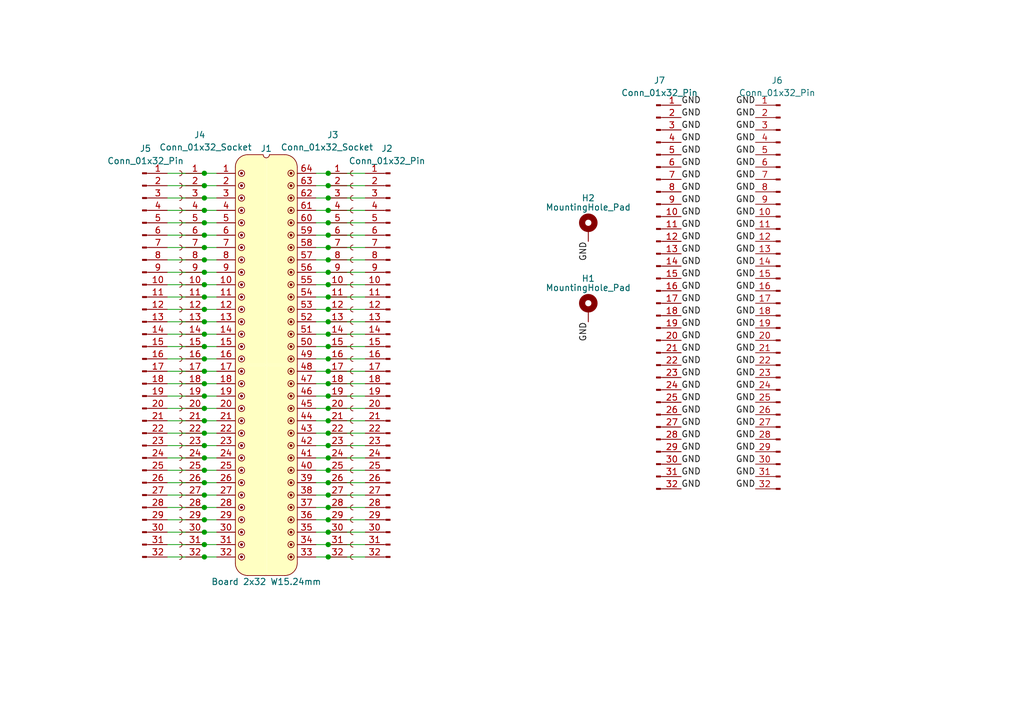
<source format=kicad_sch>
(kicad_sch (version 20250114) (generator "eeschema") (generator_version "9.0")
  (paper "A5")
  (title_block (title "Narrow Logic Analyser Extension") (date "2026-01-15") (rev "V0"))
  (lib_symbols
    (symbol "Connector:Conn_01x32_Pin" (pin_names (offset 1.016) (hide yes))
      (property "Reference" "J" (at 0 40.64 0))
      (property "Value" "Conn_01x32_Pin" (at 0 -43.18 0))
      (symbol "Conn_01x32_Pin_1_1"
        (rectangle (start 0.8636 38.227) (end 0 37.973) (stroke (width 0.1524)) (fill (type outline)))
        (rectangle (start 0.8636 35.687) (end 0 35.433) (stroke (width 0.1524)) (fill (type outline)))
        (rectangle (start 0.8636 33.147) (end 0 32.893) (stroke (width 0.1524)) (fill (type outline)))
        (rectangle (start 0.8636 30.607) (end 0 30.353) (stroke (width 0.1524)) (fill (type outline)))
        (rectangle (start 0.8636 28.067) (end 0 27.813) (stroke (width 0.1524)) (fill (type outline)))
        (rectangle (start 0.8636 25.527) (end 0 25.273) (stroke (width 0.1524)) (fill (type outline)))
        (rectangle (start 0.8636 22.987) (end 0 22.733) (stroke (width 0.1524)) (fill (type outline)))
        (rectangle (start 0.8636 20.447) (end 0 20.193) (stroke (width 0.1524)) (fill (type outline)))
        (rectangle (start 0.8636 17.907) (end 0 17.653) (stroke (width 0.1524)) (fill (type outline)))
        (rectangle (start 0.8636 15.367) (end 0 15.113) (stroke (width 0.1524)) (fill (type outline)))
        (rectangle (start 0.8636 12.827) (end 0 12.573) (stroke (width 0.1524)) (fill (type outline)))
        (rectangle (start 0.8636 10.287) (end 0 10.033) (stroke (width 0.1524)) (fill (type outline)))
        (rectangle (start 0.8636 7.747) (end 0 7.493) (stroke (width 0.1524)) (fill (type outline)))
        (rectangle (start 0.8636 5.207) (end 0 4.953) (stroke (width 0.1524)) (fill (type outline)))
        (rectangle (start 0.8636 2.667) (end 0 2.413) (stroke (width 0.1524)) (fill (type outline)))
        (rectangle (start 0.8636 0.127) (end 0 -0.127) (stroke (width 0.1524)) (fill (type outline)))
        (rectangle (start 0.8636 -2.413) (end 0 -2.667) (stroke (width 0.1524)) (fill (type outline)))
        (rectangle (start 0.8636 -4.953) (end 0 -5.207) (stroke (width 0.1524)) (fill (type outline)))
        (rectangle (start 0.8636 -7.493) (end 0 -7.747) (stroke (width 0.1524)) (fill (type outline)))
        (rectangle (start 0.8636 -10.033) (end 0 -10.287) (stroke (width 0.1524)) (fill (type outline)))
        (rectangle (start 0.8636 -12.573) (end 0 -12.827) (stroke (width 0.1524)) (fill (type outline)))
        (rectangle (start 0.8636 -15.113) (end 0 -15.367) (stroke (width 0.1524)) (fill (type outline)))
        (rectangle (start 0.8636 -17.653) (end 0 -17.907) (stroke (width 0.1524)) (fill (type outline)))
        (rectangle (start 0.8636 -20.193) (end 0 -20.447) (stroke (width 0.1524)) (fill (type outline)))
        (rectangle (start 0.8636 -22.733) (end 0 -22.987) (stroke (width 0.1524)) (fill (type outline)))
        (rectangle (start 0.8636 -25.273) (end 0 -25.527) (stroke (width 0.1524)) (fill (type outline)))
        (rectangle (start 0.8636 -27.813) (end 0 -28.067) (stroke (width 0.1524)) (fill (type outline)))
        (rectangle (start 0.8636 -30.353) (end 0 -30.607) (stroke (width 0.1524)) (fill (type outline)))
        (rectangle (start 0.8636 -32.893) (end 0 -33.147) (stroke (width 0.1524)) (fill (type outline)))
        (rectangle (start 0.8636 -35.433) (end 0 -35.687) (stroke (width 0.1524)) (fill (type outline)))
        (rectangle (start 0.8636 -37.973) (end 0 -38.227) (stroke (width 0.1524)) (fill (type outline)))
        (rectangle (start 0.8636 -40.513) (end 0 -40.767) (stroke (width 0.1524)) (fill (type outline)))
        (polyline (pts (xy 1.27 38.1) (xy 0.8636 38.1)) (stroke (width 0.1524)))
        (polyline (pts (xy 1.27 35.56) (xy 0.8636 35.56)) (stroke (width 0.1524)))
        (polyline (pts (xy 1.27 33.02) (xy 0.8636 33.02)) (stroke (width 0.1524)))
        (polyline (pts (xy 1.27 30.48) (xy 0.8636 30.48)) (stroke (width 0.1524)))
        (polyline (pts (xy 1.27 27.94) (xy 0.8636 27.94)) (stroke (width 0.1524)))
        (polyline (pts (xy 1.27 25.4) (xy 0.8636 25.4)) (stroke (width 0.1524)))
        (polyline (pts (xy 1.27 22.86) (xy 0.8636 22.86)) (stroke (width 0.1524)))
        (polyline (pts (xy 1.27 20.32) (xy 0.8636 20.32)) (stroke (width 0.1524)))
        (polyline (pts (xy 1.27 17.78) (xy 0.8636 17.78)) (stroke (width 0.1524)))
        (polyline (pts (xy 1.27 15.24) (xy 0.8636 15.24)) (stroke (width 0.1524)))
        (polyline (pts (xy 1.27 12.7) (xy 0.8636 12.7)) (stroke (width 0.1524)))
        (polyline (pts (xy 1.27 10.16) (xy 0.8636 10.16)) (stroke (width 0.1524)))
        (polyline (pts (xy 1.27 7.62) (xy 0.8636 7.62)) (stroke (width 0.1524)))
        (polyline (pts (xy 1.27 5.08) (xy 0.8636 5.08)) (stroke (width 0.1524)))
        (polyline (pts (xy 1.27 2.54) (xy 0.8636 2.54)) (stroke (width 0.1524)))
        (polyline (pts (xy 1.27 0) (xy 0.8636 0)) (stroke (width 0.1524)))
        (polyline (pts (xy 1.27 -2.54) (xy 0.8636 -2.54)) (stroke (width 0.1524)))
        (polyline (pts (xy 1.27 -5.08) (xy 0.8636 -5.08)) (stroke (width 0.1524)))
        (polyline (pts (xy 1.27 -7.62) (xy 0.8636 -7.62)) (stroke (width 0.1524)))
        (polyline (pts (xy 1.27 -10.16) (xy 0.8636 -10.16)) (stroke (width 0.1524)))
        (polyline (pts (xy 1.27 -12.7) (xy 0.8636 -12.7)) (stroke (width 0.1524)))
        (polyline (pts (xy 1.27 -15.24) (xy 0.8636 -15.24)) (stroke (width 0.1524)))
        (polyline (pts (xy 1.27 -17.78) (xy 0.8636 -17.78)) (stroke (width 0.1524)))
        (polyline (pts (xy 1.27 -20.32) (xy 0.8636 -20.32)) (stroke (width 0.1524)))
        (polyline (pts (xy 1.27 -22.86) (xy 0.8636 -22.86)) (stroke (width 0.1524)))
        (polyline (pts (xy 1.27 -25.4) (xy 0.8636 -25.4)) (stroke (width 0.1524)))
        (polyline (pts (xy 1.27 -27.94) (xy 0.8636 -27.94)) (stroke (width 0.1524)))
        (polyline (pts (xy 1.27 -30.48) (xy 0.8636 -30.48)) (stroke (width 0.1524)))
        (polyline (pts (xy 1.27 -33.02) (xy 0.8636 -33.02)) (stroke (width 0.1524)))
        (polyline (pts (xy 1.27 -35.56) (xy 0.8636 -35.56)) (stroke (width 0.1524)))
        (polyline (pts (xy 1.27 -38.1) (xy 0.8636 -38.1)) (stroke (width 0.1524)))
        (polyline (pts (xy 1.27 -40.64) (xy 0.8636 -40.64)) (stroke (width 0.1524)))
        (pin passive line (at 5.08 38.1 180) (length 3.81) (name "Pin_1") (number "1"))
        (pin passive line (at 5.08 35.56 180) (length 3.81) (name "Pin_2") (number "2"))
        (pin passive line (at 5.08 33.02 180) (length 3.81) (name "Pin_3") (number "3"))
        (pin passive line (at 5.08 30.48 180) (length 3.81) (name "Pin_4") (number "4"))
        (pin passive line (at 5.08 27.94 180) (length 3.81) (name "Pin_5") (number "5"))
        (pin passive line (at 5.08 25.4 180) (length 3.81) (name "Pin_6") (number "6"))
        (pin passive line (at 5.08 22.86 180) (length 3.81) (name "Pin_7") (number "7"))
        (pin passive line (at 5.08 20.32 180) (length 3.81) (name "Pin_8") (number "8"))
        (pin passive line (at 5.08 17.78 180) (length 3.81) (name "Pin_9") (number "9"))
        (pin passive line (at 5.08 15.24 180) (length 3.81) (name "Pin_10") (number "10"))
        (pin passive line (at 5.08 12.7 180) (length 3.81) (name "Pin_11") (number "11"))
        (pin passive line (at 5.08 10.16 180) (length 3.81) (name "Pin_12") (number "12"))
        (pin passive line (at 5.08 7.62 180) (length 3.81) (name "Pin_13") (number "13"))
        (pin passive line (at 5.08 5.08 180) (length 3.81) (name "Pin_14") (number "14"))
        (pin passive line (at 5.08 2.54 180) (length 3.81) (name "Pin_15") (number "15"))
        (pin passive line (at 5.08 0 180) (length 3.81) (name "Pin_16") (number "16"))
        (pin passive line (at 5.08 -2.54 180) (length 3.81) (name "Pin_17") (number "17"))
        (pin passive line (at 5.08 -5.08 180) (length 3.81) (name "Pin_18") (number "18"))
        (pin passive line (at 5.08 -7.62 180) (length 3.81) (name "Pin_19") (number "19"))
        (pin passive line (at 5.08 -10.16 180) (length 3.81) (name "Pin_20") (number "20"))
        (pin passive line (at 5.08 -12.7 180) (length 3.81) (name "Pin_21") (number "21"))
        (pin passive line (at 5.08 -15.24 180) (length 3.81) (name "Pin_22") (number "22"))
        (pin passive line (at 5.08 -17.78 180) (length 3.81) (name "Pin_23") (number "23"))
        (pin passive line (at 5.08 -20.32 180) (length 3.81) (name "Pin_24") (number "24"))
        (pin passive line (at 5.08 -22.86 180) (length 3.81) (name "Pin_25") (number "25"))
        (pin passive line (at 5.08 -25.4 180) (length 3.81) (name "Pin_26") (number "26"))
        (pin passive line (at 5.08 -27.94 180) (length 3.81) (name "Pin_27") (number "27"))
        (pin passive line (at 5.08 -30.48 180) (length 3.81) (name "Pin_28") (number "28"))
        (pin passive line (at 5.08 -33.02 180) (length 3.81) (name "Pin_29") (number "29"))
        (pin passive line (at 5.08 -35.56 180) (length 3.81) (name "Pin_30") (number "30"))
        (pin passive line (at 5.08 -38.1 180) (length 3.81) (name "Pin_31") (number "31"))
        (pin passive line (at 5.08 -40.64 180) (length 3.81) (name "Pin_32") (number "32"))
      )
    )
    (symbol "Connector:Conn_01x32_Socket" (pin_names (offset 1.016) (hide yes))
      (property "Reference" "J" (at 0 40.64 0))
      (property "Value" "Conn_01x32_Socket" (at 0 -43.18 0))
      (symbol "Conn_01x32_Socket_1_1"
        (polyline (pts (xy -1.27 38.1) (xy -0.508 38.1)) (stroke (width 0.1524)))
        (polyline (pts (xy -1.27 35.56) (xy -0.508 35.56)) (stroke (width 0.1524)))
        (polyline (pts (xy -1.27 33.02) (xy -0.508 33.02)) (stroke (width 0.1524)))
        (polyline (pts (xy -1.27 30.48) (xy -0.508 30.48)) (stroke (width 0.1524)))
        (polyline (pts (xy -1.27 27.94) (xy -0.508 27.94)) (stroke (width 0.1524)))
        (polyline (pts (xy -1.27 25.4) (xy -0.508 25.4)) (stroke (width 0.1524)))
        (polyline (pts (xy -1.27 22.86) (xy -0.508 22.86)) (stroke (width 0.1524)))
        (polyline (pts (xy -1.27 20.32) (xy -0.508 20.32)) (stroke (width 0.1524)))
        (polyline (pts (xy -1.27 17.78) (xy -0.508 17.78)) (stroke (width 0.1524)))
        (polyline (pts (xy -1.27 15.24) (xy -0.508 15.24)) (stroke (width 0.1524)))
        (polyline (pts (xy -1.27 12.7) (xy -0.508 12.7)) (stroke (width 0.1524)))
        (polyline (pts (xy -1.27 10.16) (xy -0.508 10.16)) (stroke (width 0.1524)))
        (polyline (pts (xy -1.27 7.62) (xy -0.508 7.62)) (stroke (width 0.1524)))
        (polyline (pts (xy -1.27 5.08) (xy -0.508 5.08)) (stroke (width 0.1524)))
        (polyline (pts (xy -1.27 2.54) (xy -0.508 2.54)) (stroke (width 0.1524)))
        (polyline (pts (xy -1.27 0) (xy -0.508 0)) (stroke (width 0.1524)))
        (polyline (pts (xy -1.27 -2.54) (xy -0.508 -2.54)) (stroke (width 0.1524)))
        (polyline (pts (xy -1.27 -5.08) (xy -0.508 -5.08)) (stroke (width 0.1524)))
        (polyline (pts (xy -1.27 -7.62) (xy -0.508 -7.62)) (stroke (width 0.1524)))
        (polyline (pts (xy -1.27 -10.16) (xy -0.508 -10.16)) (stroke (width 0.1524)))
        (polyline (pts (xy -1.27 -12.7) (xy -0.508 -12.7)) (stroke (width 0.1524)))
        (polyline (pts (xy -1.27 -15.24) (xy -0.508 -15.24)) (stroke (width 0.1524)))
        (polyline (pts (xy -1.27 -17.78) (xy -0.508 -17.78)) (stroke (width 0.1524)))
        (polyline (pts (xy -1.27 -20.32) (xy -0.508 -20.32)) (stroke (width 0.1524)))
        (polyline (pts (xy -1.27 -22.86) (xy -0.508 -22.86)) (stroke (width 0.1524)))
        (polyline (pts (xy -1.27 -25.4) (xy -0.508 -25.4)) (stroke (width 0.1524)))
        (polyline (pts (xy -1.27 -27.94) (xy -0.508 -27.94)) (stroke (width 0.1524)))
        (polyline (pts (xy -1.27 -30.48) (xy -0.508 -30.48)) (stroke (width 0.1524)))
        (polyline (pts (xy -1.27 -33.02) (xy -0.508 -33.02)) (stroke (width 0.1524)))
        (polyline (pts (xy -1.27 -35.56) (xy -0.508 -35.56)) (stroke (width 0.1524)))
        (polyline (pts (xy -1.27 -38.1) (xy -0.508 -38.1)) (stroke (width 0.1524)))
        (polyline (pts (xy -1.27 -40.64) (xy -0.508 -40.64)) (stroke (width 0.1524)))
        (arc (start 0 37.592) (mid -0.5058 38.1) (end 0 38.608) (stroke (width 0.1524)))
        (arc (start 0 35.052) (mid -0.5058 35.56) (end 0 36.068) (stroke (width 0.1524)))
        (arc (start 0 32.512) (mid -0.5058 33.02) (end 0 33.528) (stroke (width 0.1524)))
        (arc (start 0 29.972) (mid -0.5058 30.48) (end 0 30.988) (stroke (width 0.1524)))
        (arc (start 0 27.432) (mid -0.5058 27.94) (end 0 28.448) (stroke (width 0.1524)))
        (arc (start 0 24.892) (mid -0.5058 25.4) (end 0 25.908) (stroke (width 0.1524)))
        (arc (start 0 22.352) (mid -0.5058 22.86) (end 0 23.368) (stroke (width 0.1524)))
        (arc (start 0 19.812) (mid -0.5058 20.32) (end 0 20.828) (stroke (width 0.1524)))
        (arc (start 0 17.272) (mid -0.5058 17.78) (end 0 18.288) (stroke (width 0.1524)))
        (arc (start 0 14.732) (mid -0.5058 15.24) (end 0 15.748) (stroke (width 0.1524)))
        (arc (start 0 12.192) (mid -0.5058 12.7) (end 0 13.208) (stroke (width 0.1524)))
        (arc (start 0 9.652) (mid -0.5058 10.16) (end 0 10.668) (stroke (width 0.1524)))
        (arc (start 0 7.112) (mid -0.5058 7.62) (end 0 8.128) (stroke (width 0.1524)))
        (arc (start 0 4.572) (mid -0.5058 5.08) (end 0 5.588) (stroke (width 0.1524)))
        (arc (start 0 2.032) (mid -0.5058 2.54) (end 0 3.048) (stroke (width 0.1524)))
        (arc (start 0 -0.508) (mid -0.5058 0) (end 0 0.508) (stroke (width 0.1524)))
        (arc (start 0 -3.048) (mid -0.5058 -2.54) (end 0 -2.032) (stroke (width 0.1524)))
        (arc (start 0 -5.588) (mid -0.5058 -5.08) (end 0 -4.572) (stroke (width 0.1524)))
        (arc (start 0 -8.128) (mid -0.5058 -7.62) (end 0 -7.112) (stroke (width 0.1524)))
        (arc (start 0 -10.668) (mid -0.5058 -10.16) (end 0 -9.652) (stroke (width 0.1524)))
        (arc (start 0 -13.208) (mid -0.5058 -12.7) (end 0 -12.192) (stroke (width 0.1524)))
        (arc (start 0 -15.748) (mid -0.5058 -15.24) (end 0 -14.732) (stroke (width 0.1524)))
        (arc (start 0 -18.288) (mid -0.5058 -17.78) (end 0 -17.272) (stroke (width 0.1524)))
        (arc (start 0 -20.828) (mid -0.5058 -20.32) (end 0 -19.812) (stroke (width 0.1524)))
        (arc (start 0 -23.368) (mid -0.5058 -22.86) (end 0 -22.352) (stroke (width 0.1524)))
        (arc (start 0 -25.908) (mid -0.5058 -25.4) (end 0 -24.892) (stroke (width 0.1524)))
        (arc (start 0 -28.448) (mid -0.5058 -27.94) (end 0 -27.432) (stroke (width 0.1524)))
        (arc (start 0 -30.988) (mid -0.5058 -30.48) (end 0 -29.972) (stroke (width 0.1524)))
        (arc (start 0 -33.528) (mid -0.5058 -33.02) (end 0 -32.512) (stroke (width 0.1524)))
        (arc (start 0 -36.068) (mid -0.5058 -35.56) (end 0 -35.052) (stroke (width 0.1524)))
        (arc (start 0 -38.608) (mid -0.5058 -38.1) (end 0 -37.592) (stroke (width 0.1524)))
        (arc (start 0 -41.148) (mid -0.5058 -40.64) (end 0 -40.132) (stroke (width 0.1524)))
        (pin passive line (at -5.08 38.1 0) (length 3.81) (name "Pin_1") (number "1"))
        (pin passive line (at -5.08 35.56 0) (length 3.81) (name "Pin_2") (number "2"))
        (pin passive line (at -5.08 33.02 0) (length 3.81) (name "Pin_3") (number "3"))
        (pin passive line (at -5.08 30.48 0) (length 3.81) (name "Pin_4") (number "4"))
        (pin passive line (at -5.08 27.94 0) (length 3.81) (name "Pin_5") (number "5"))
        (pin passive line (at -5.08 25.4 0) (length 3.81) (name "Pin_6") (number "6"))
        (pin passive line (at -5.08 22.86 0) (length 3.81) (name "Pin_7") (number "7"))
        (pin passive line (at -5.08 20.32 0) (length 3.81) (name "Pin_8") (number "8"))
        (pin passive line (at -5.08 17.78 0) (length 3.81) (name "Pin_9") (number "9"))
        (pin passive line (at -5.08 15.24 0) (length 3.81) (name "Pin_10") (number "10"))
        (pin passive line (at -5.08 12.7 0) (length 3.81) (name "Pin_11") (number "11"))
        (pin passive line (at -5.08 10.16 0) (length 3.81) (name "Pin_12") (number "12"))
        (pin passive line (at -5.08 7.62 0) (length 3.81) (name "Pin_13") (number "13"))
        (pin passive line (at -5.08 5.08 0) (length 3.81) (name "Pin_14") (number "14"))
        (pin passive line (at -5.08 2.54 0) (length 3.81) (name "Pin_15") (number "15"))
        (pin passive line (at -5.08 0 0) (length 3.81) (name "Pin_16") (number "16"))
        (pin passive line (at -5.08 -2.54 0) (length 3.81) (name "Pin_17") (number "17"))
        (pin passive line (at -5.08 -5.08 0) (length 3.81) (name "Pin_18") (number "18"))
        (pin passive line (at -5.08 -7.62 0) (length 3.81) (name "Pin_19") (number "19"))
        (pin passive line (at -5.08 -10.16 0) (length 3.81) (name "Pin_20") (number "20"))
        (pin passive line (at -5.08 -12.7 0) (length 3.81) (name "Pin_21") (number "21"))
        (pin passive line (at -5.08 -15.24 0) (length 3.81) (name "Pin_22") (number "22"))
        (pin passive line (at -5.08 -17.78 0) (length 3.81) (name "Pin_23") (number "23"))
        (pin passive line (at -5.08 -20.32 0) (length 3.81) (name "Pin_24") (number "24"))
        (pin passive line (at -5.08 -22.86 0) (length 3.81) (name "Pin_25") (number "25"))
        (pin passive line (at -5.08 -25.4 0) (length 3.81) (name "Pin_26") (number "26"))
        (pin passive line (at -5.08 -27.94 0) (length 3.81) (name "Pin_27") (number "27"))
        (pin passive line (at -5.08 -30.48 0) (length 3.81) (name "Pin_28") (number "28"))
        (pin passive line (at -5.08 -33.02 0) (length 3.81) (name "Pin_29") (number "29"))
        (pin passive line (at -5.08 -35.56 0) (length 3.81) (name "Pin_30") (number "30"))
        (pin passive line (at -5.08 -38.1 0) (length 3.81) (name "Pin_31") (number "31"))
        (pin passive line (at -5.08 -40.64 0) (length 3.81) (name "Pin_32") (number "32"))
      )
    )
    (symbol "HCP65:Board_02x32_W15.24mm" (pin_names (offset 1.016) (hide yes))
      (property "Reference" "J" (at 0 5.08 0))
      (property "Value" "Board 2x32 W15.24mm" (at 0 -83.82 0))
      (symbol "Board_02x32_W15.24mm_0_1"
        (polyline (pts (xy -6.35 1.27) (xy -6.35 -80.01)))
        (arc (start -3.8102 -82.5498) (mid -5.6063 -81.8059) (end -6.3502 -80.0098))
        (arc (start -6.35 1.27) (mid -5.6061 3.0661) (end -3.81 3.81))
        (polyline (pts (xy -3.81 3.81) (xy -0.635 3.81)))
        (arc (start 0.635 3.81) (mid 0 3.175) (end -0.635 3.81))
        (polyline (pts (xy 0.635 3.81) (xy 3.81 3.81)))
        (polyline (pts (xy 3.8098 -82.5498) (xy -3.81 -82.55)))
        (arc (start 3.81 3.81) (mid 5.6061 3.0661) (end 6.35 1.27))
        (arc (start 6.3498 -80.0098) (mid 5.6059 -81.8059) (end 3.8098 -82.5498))
        (polyline (pts (xy 6.35 -80.01) (xy 6.35 1.27)))
      )
      (symbol "Board_02x32_W15.24mm_1_1"
        (polyline (pts (xy -6.35 1.27) (xy -6.096 2.286) (xy -5.588 3.048) (xy -4.826 3.556) (xy -4.064 3.81) (xy -0.762 3.81) (xy -0.508 3.302) (xy 0 3.048) (xy 0 -39.37) (xy -6.35 -39.37) (xy -6.35 1.27)) (stroke (width -0.0001)) (fill (type background)))
        (polyline (pts (xy -6.35 -39.37) (xy 0 -39.37) (xy 0 -82.55) (xy -3.81 -82.55) (xy -4.826 -82.296) (xy -5.588 -81.788) (xy -6.096 -81.026) (xy -6.35 -80.01) (xy -6.35 -39.37)) (stroke (width -0.0001)) (fill (type background)))
        (circle (center -5.08 0) (radius 0.0001) (stroke (width 0.3)))
        (circle (center -5.08 0) (radius 0.635) (fill (type color) (color 255 255 255 1)))
        (circle (center -5.08 -2.54) (radius 0.0001) (stroke (width 0.3)))
        (circle (center -5.08 -2.54) (radius 0.635) (fill (type color) (color 255 255 255 1)))
        (circle (center -5.08 -5.08) (radius 0.0001) (stroke (width 0.3)))
        (circle (center -5.08 -5.08) (radius 0.635) (fill (type color) (color 255 255 255 1)))
        (circle (center -5.08 -7.62) (radius 0.0001) (stroke (width 0.3)))
        (circle (center -5.08 -7.62) (radius 0.635) (fill (type color) (color 255 255 255 1)))
        (circle (center -5.08 -10.16) (radius 0.0001) (stroke (width 0.3)))
        (circle (center -5.08 -10.16) (radius 0.635) (fill (type color) (color 255 255 255 1)))
        (circle (center -5.08 -12.7) (radius 0.0001) (stroke (width 0.3)))
        (circle (center -5.08 -12.7) (radius 0.635) (fill (type color) (color 255 255 255 1)))
        (circle (center -5.08 -15.24) (radius 0.0001) (stroke (width 0.3)))
        (circle (center -5.08 -15.24) (radius 0.635) (fill (type color) (color 255 255 255 1)))
        (circle (center -5.08 -17.78) (radius 0.0001) (stroke (width 0.3)))
        (circle (center -5.08 -17.78) (radius 0.635) (fill (type color) (color 255 255 255 1)))
        (circle (center -5.08 -20.32) (radius 0.0001) (stroke (width 0.3)))
        (circle (center -5.08 -20.32) (radius 0.635) (fill (type color) (color 255 255 255 1)))
        (circle (center -5.08 -22.86) (radius 0.0001) (stroke (width 0.3)))
        (circle (center -5.08 -22.86) (radius 0.635) (fill (type color) (color 255 255 255 1)))
        (circle (center -5.08 -25.4) (radius 0.0001) (stroke (width 0.3)))
        (circle (center -5.08 -25.4) (radius 0.635) (fill (type color) (color 255 255 255 1)))
        (circle (center -5.08 -27.94) (radius 0.0001) (stroke (width 0.3)))
        (circle (center -5.08 -27.94) (radius 0.635) (fill (type color) (color 255 255 255 1)))
        (circle (center -5.08 -30.48) (radius 0.0001) (stroke (width 0.3)))
        (circle (center -5.08 -30.48) (radius 0.635) (fill (type color) (color 255 255 255 1)))
        (circle (center -5.08 -33.02) (radius 0.0001) (stroke (width 0.3)))
        (circle (center -5.08 -33.02) (radius 0.635) (fill (type color) (color 255 255 255 1)))
        (circle (center -5.08 -35.56) (radius 0.0001) (stroke (width 0.3)))
        (circle (center -5.08 -35.56) (radius 0.635) (fill (type color) (color 255 255 255 1)))
        (circle (center -5.08 -38.1) (radius 0.0001) (stroke (width 0.3)))
        (circle (center -5.08 -38.1) (radius 0.635) (fill (type color) (color 255 255 255 1)))
        (circle (center -5.08 -40.64) (radius 0.0001) (stroke (width 0.3)))
        (circle (center -5.08 -40.64) (radius 0.635) (fill (type color) (color 255 255 255 1)))
        (circle (center -5.08 -43.18) (radius 0.0001) (stroke (width 0.3)))
        (circle (center -5.08 -43.18) (radius 0.635) (fill (type color) (color 255 255 255 1)))
        (circle (center -5.08 -45.72) (radius 0.0001) (stroke (width 0.3)))
        (circle (center -5.08 -45.72) (radius 0.635) (fill (type color) (color 255 255 255 1)))
        (circle (center -5.08 -48.26) (radius 0.0001) (stroke (width 0.3)))
        (circle (center -5.08 -48.26) (radius 0.635) (fill (type color) (color 255 255 255 1)))
        (circle (center -5.08 -50.8) (radius 0.0001) (stroke (width 0.3)))
        (circle (center -5.08 -50.8) (radius 0.635) (fill (type color) (color 255 255 255 1)))
        (circle (center -5.08 -53.34) (radius 0.0001) (stroke (width 0.3)))
        (circle (center -5.08 -53.34) (radius 0.635) (fill (type color) (color 255 255 255 1)))
        (circle (center -5.08 -55.88) (radius 0.0001) (stroke (width 0.3)))
        (circle (center -5.08 -55.88) (radius 0.635) (fill (type color) (color 255 255 255 1)))
        (circle (center -5.08 -58.42) (radius 0.0001) (stroke (width 0.3)))
        (circle (center -5.08 -58.42) (radius 0.635) (fill (type color) (color 255 255 255 1)))
        (circle (center -5.08 -60.96) (radius 0.0001) (stroke (width 0.3)))
        (circle (center -5.08 -60.96) (radius 0.635) (fill (type color) (color 255 255 255 1)))
        (circle (center -5.08 -63.5) (radius 0.0001) (stroke (width 0.3)))
        (circle (center -5.08 -63.5) (radius 0.635) (fill (type color) (color 255 255 255 1)))
        (circle (center -5.08 -66.04) (radius 0.0001) (stroke (width 0.3)))
        (circle (center -5.08 -66.04) (radius 0.635) (fill (type color) (color 255 255 255 1)))
        (circle (center -5.08 -68.58) (radius 0.0001) (stroke (width 0.3)))
        (circle (center -5.08 -68.58) (radius 0.635) (fill (type color) (color 255 255 255 1)))
        (circle (center -5.08 -71.12) (radius 0.0001) (stroke (width 0.3)))
        (circle (center -5.08 -71.12) (radius 0.635) (fill (type color) (color 255 255 255 1)))
        (circle (center -5.08 -73.66) (radius 0.0001) (stroke (width 0.3)))
        (circle (center -5.08 -73.66) (radius 0.635) (fill (type color) (color 255 255 255 1)))
        (circle (center -5.08 -76.2) (radius 0.0001) (stroke (width 0.3)))
        (circle (center -5.08 -76.2) (radius 0.635) (fill (type color) (color 255 255 255 1)))
        (circle (center -5.08 -78.74) (radius 0.0001) (stroke (width 0.3)))
        (circle (center -5.08 -78.74) (radius 0.635) (fill (type color) (color 255 255 255 1)))
        (circle (center 5.08 0) (radius 0.0001) (stroke (width 0.3)))
        (circle (center 5.08 0) (radius 0.635) (fill (type color) (color 255 255 255 1)))
        (circle (center 5.08 -2.54) (radius 0.0001) (stroke (width 0.3)))
        (circle (center 5.08 -2.54) (radius 0.635) (fill (type color) (color 255 255 255 1)))
        (circle (center 5.08 -5.08) (radius 0.0001) (stroke (width 0.3)))
        (circle (center 5.08 -5.08) (radius 0.635) (fill (type color) (color 255 255 255 1)))
        (circle (center 5.08 -7.62) (radius 0.0001) (stroke (width 0.3)))
        (circle (center 5.08 -7.62) (radius 0.635) (fill (type color) (color 255 255 255 1)))
        (circle (center 5.08 -10.16) (radius 0.0001) (stroke (width 0.3)))
        (circle (center 5.08 -10.16) (radius 0.635) (fill (type color) (color 255 255 255 1)))
        (circle (center 5.08 -12.7) (radius 0.0001) (stroke (width 0.3)))
        (circle (center 5.08 -12.7) (radius 0.635) (fill (type color) (color 255 255 255 1)))
        (circle (center 5.08 -15.24) (radius 0.0001) (stroke (width 0.3)))
        (circle (center 5.08 -15.24) (radius 0.635) (fill (type color) (color 255 255 255 1)))
        (circle (center 5.08 -17.78) (radius 0.0001) (stroke (width 0.3)))
        (circle (center 5.08 -17.78) (radius 0.635) (fill (type color) (color 255 255 255 1)))
        (circle (center 5.08 -20.32) (radius 0.0001) (stroke (width 0.3)))
        (circle (center 5.08 -20.32) (radius 0.635) (fill (type color) (color 255 255 255 1)))
        (circle (center 5.08 -22.86) (radius 0.0001) (stroke (width 0.3)))
        (circle (center 5.08 -22.86) (radius 0.635) (fill (type color) (color 255 255 255 1)))
        (circle (center 5.08 -25.4) (radius 0.0001) (stroke (width 0.3)))
        (circle (center 5.08 -25.4) (radius 0.635) (fill (type color) (color 255 255 255 1)))
        (circle (center 5.08 -27.94) (radius 0.0001) (stroke (width 0.3)))
        (circle (center 5.08 -27.94) (radius 0.635) (fill (type color) (color 255 255 255 1)))
        (circle (center 5.08 -30.48) (radius 0.0001) (stroke (width 0.3)))
        (circle (center 5.08 -30.48) (radius 0.635) (fill (type color) (color 255 255 255 1)))
        (circle (center 5.08 -33.02) (radius 0.0001) (stroke (width 0.3)))
        (circle (center 5.08 -33.02) (radius 0.635) (fill (type color) (color 255 255 255 1)))
        (circle (center 5.08 -35.56) (radius 0.0001) (stroke (width 0.3)))
        (circle (center 5.08 -35.56) (radius 0.635) (fill (type color) (color 255 255 255 1)))
        (circle (center 5.08 -38.1) (radius 0.0001) (stroke (width 0.3)))
        (circle (center 5.08 -38.1) (radius 0.635) (fill (type color) (color 255 255 255 1)))
        (circle (center 5.08 -40.64) (radius 0.0001) (stroke (width 0.3)))
        (circle (center 5.08 -40.64) (radius 0.635) (fill (type color) (color 255 255 255 1)))
        (circle (center 5.08 -43.18) (radius 0.0001) (stroke (width 0.3)))
        (circle (center 5.08 -43.18) (radius 0.635) (fill (type color) (color 255 255 255 1)))
        (circle (center 5.08 -45.72) (radius 0.0001) (stroke (width 0.3)))
        (circle (center 5.08 -45.72) (radius 0.635) (fill (type color) (color 255 255 255 1)))
        (circle (center 5.08 -48.26) (radius 0.0001) (stroke (width 0.3)))
        (circle (center 5.08 -48.26) (radius 0.635) (fill (type color) (color 255 255 255 1)))
        (circle (center 5.08 -50.8) (radius 0.0001) (stroke (width 0.3)))
        (circle (center 5.08 -50.8) (radius 0.635) (fill (type color) (color 255 255 255 1)))
        (circle (center 5.08 -53.34) (radius 0.0001) (stroke (width 0.3)))
        (circle (center 5.08 -53.34) (radius 0.635) (fill (type color) (color 255 255 255 1)))
        (circle (center 5.08 -55.88) (radius 0.0001) (stroke (width 0.3)))
        (circle (center 5.08 -55.88) (radius 0.635) (fill (type color) (color 255 255 255 1)))
        (circle (center 5.08 -58.42) (radius 0.0001) (stroke (width 0.3)))
        (circle (center 5.08 -58.42) (radius 0.635) (fill (type color) (color 255 255 255 1)))
        (circle (center 5.08 -60.96) (radius 0.0001) (stroke (width 0.3)))
        (circle (center 5.08 -60.96) (radius 0.635) (fill (type color) (color 255 255 255 1)))
        (circle (center 5.08 -63.5) (radius 0.0001) (stroke (width 0.3)))
        (circle (center 5.08 -63.5) (radius 0.635) (fill (type color) (color 255 255 255 1)))
        (circle (center 5.08 -66.04) (radius 0.0001) (stroke (width 0.3)))
        (circle (center 5.08 -66.04) (radius 0.635) (fill (type color) (color 255 255 255 1)))
        (circle (center 5.08 -68.58) (radius 0.0001) (stroke (width 0.3)))
        (circle (center 5.08 -68.58) (radius 0.635) (fill (type color) (color 255 255 255 1)))
        (circle (center 5.08 -71.12) (radius 0.0001) (stroke (width 0.3)))
        (circle (center 5.08 -71.12) (radius 0.635) (fill (type color) (color 255 255 255 1)))
        (circle (center 5.08 -73.66) (radius 0.0001) (stroke (width 0.3)))
        (circle (center 5.08 -73.66) (radius 0.635) (fill (type color) (color 255 255 255 1)))
        (circle (center 5.08 -76.2) (radius 0.0001) (stroke (width 0.3)))
        (circle (center 5.08 -76.2) (radius 0.635) (fill (type color) (color 255 255 255 1)))
        (circle (center 5.08 -78.74) (radius 0.0001) (stroke (width 0.3)))
        (circle (center 5.08 -78.74) (radius 0.635) (fill (type color) (color 255 255 255 1)))
        (polyline (pts (xy 6.35 1.27) (xy 6.096 2.286) (xy 5.588 3.048) (xy 4.826 3.556) (xy 4.064 3.81) (xy 0.762 3.81) (xy 0.508 3.302) (xy 0 3.048) (xy 0 -39.37) (xy 6.35 -39.37) (xy 6.35 1.27)) (stroke (width -0.0001)) (fill (type background)))
        (polyline (pts (xy 6.35 -39.37) (xy 0 -39.37) (xy 0 -82.55) (xy 3.81 -82.55) (xy 4.826 -82.296) (xy 5.588 -81.788) (xy 6.096 -81.026) (xy 6.35 -80.01)) (stroke (width -0.0001)) (fill (type background)))
        (pin passive line (at -10.16 0 0) (length 3.81) (name "") (number "1"))
        (pin passive line (at -10.16 -2.54 0) (length 3.81) (name "") (number "2"))
        (pin passive line (at -10.16 -5.08 0) (length 3.81) (name "") (number "3"))
        (pin passive line (at -10.16 -7.62 0) (length 3.81) (name "") (number "4"))
        (pin passive line (at -10.16 -10.16 0) (length 3.81) (name "") (number "5"))
        (pin passive line (at -10.16 -12.7 0) (length 3.81) (name "") (number "6"))
        (pin passive line (at -10.16 -15.24 0) (length 3.81) (name "") (number "7"))
        (pin passive line (at -10.16 -17.78 0) (length 3.81) (name "") (number "8"))
        (pin passive line (at -10.16 -20.32 0) (length 3.81) (name "") (number "9"))
        (pin passive line (at -10.16 -22.86 0) (length 3.81) (name "") (number "10"))
        (pin passive line (at -10.16 -25.4 0) (length 3.81) (name "") (number "11"))
        (pin passive line (at -10.16 -27.94 0) (length 3.81) (name "") (number "12"))
        (pin passive line (at -10.16 -30.48 0) (length 3.81) (name "") (number "13"))
        (pin passive line (at -10.16 -33.02 0) (length 3.81) (name "") (number "14"))
        (pin passive line (at -10.16 -35.56 0) (length 3.81) (name "") (number "15"))
        (pin passive line (at -10.16 -38.1 0) (length 3.81) (name "") (number "16"))
        (pin passive line (at -10.16 -40.64 0) (length 3.81) (name "") (number "17"))
        (pin passive line (at -10.16 -43.18 0) (length 3.81) (name "") (number "18"))
        (pin passive line (at -10.16 -45.72 0) (length 3.81) (name "") (number "19"))
        (pin passive line (at -10.16 -48.26 0) (length 3.81) (name "") (number "20"))
        (pin passive line (at -10.16 -50.8 0) (length 3.81) (name "") (number "21"))
        (pin passive line (at -10.16 -53.34 0) (length 3.81) (name "") (number "22"))
        (pin passive line (at -10.16 -55.88 0) (length 3.81) (name "") (number "23"))
        (pin passive line (at -10.16 -58.42 0) (length 3.81) (name "") (number "24"))
        (pin passive line (at -10.16 -60.96 0) (length 3.81) (name "") (number "25"))
        (pin passive line (at -10.16 -63.5 0) (length 3.81) (name "") (number "26"))
        (pin passive line (at -10.16 -66.04 0) (length 3.81) (name "") (number "27"))
        (pin passive line (at -10.16 -68.58 0) (length 3.81) (name "") (number "28"))
        (pin passive line (at -10.16 -71.12 0) (length 3.81) (name "") (number "29"))
        (pin passive line (at -10.16 -73.66 0) (length 3.81) (name "") (number "30"))
        (pin passive line (at -10.16 -76.2 0) (length 3.81) (name "") (number "31"))
        (pin passive line (at -10.16 -78.74 0) (length 3.81) (name "") (number "32"))
        (pin passive line (at 10.16 0 180) (length 3.81) (name "") (number "64"))
        (pin passive line (at 10.16 -2.54 180) (length 3.81) (name "") (number "63"))
        (pin passive line (at 10.16 -5.08 180) (length 3.81) (name "") (number "62"))
        (pin passive line (at 10.16 -7.62 180) (length 3.81) (name "") (number "61"))
        (pin passive line (at 10.16 -10.16 180) (length 3.81) (name "") (number "60"))
        (pin passive line (at 10.16 -12.7 180) (length 3.81) (name "") (number "59"))
        (pin passive line (at 10.16 -15.24 180) (length 3.81) (name "") (number "58"))
        (pin passive line (at 10.16 -17.78 180) (length 3.81) (name "") (number "57"))
        (pin passive line (at 10.16 -20.32 180) (length 3.81) (name "") (number "56"))
        (pin passive line (at 10.16 -22.86 180) (length 3.81) (name "") (number "55"))
        (pin passive line (at 10.16 -25.4 180) (length 3.81) (name "") (number "54"))
        (pin passive line (at 10.16 -27.94 180) (length 3.81) (name "") (number "53"))
        (pin passive line (at 10.16 -30.48 180) (length 3.81) (name "") (number "52"))
        (pin passive line (at 10.16 -33.02 180) (length 3.81) (name "") (number "51"))
        (pin passive line (at 10.16 -35.56 180) (length 3.81) (name "") (number "50"))
        (pin passive line (at 10.16 -38.1 180) (length 3.81) (name "") (number "49"))
        (pin passive line (at 10.16 -40.64 180) (length 3.81) (name "") (number "48"))
        (pin passive line (at 10.16 -43.18 180) (length 3.81) (name "") (number "47"))
        (pin passive line (at 10.16 -45.72 180) (length 3.81) (name "") (number "46"))
        (pin passive line (at 10.16 -48.26 180) (length 3.81) (name "") (number "45"))
        (pin passive line (at 10.16 -50.8 180) (length 3.81) (name "") (number "44"))
        (pin passive line (at 10.16 -53.34 180) (length 3.81) (name "") (number "43"))
        (pin passive line (at 10.16 -55.88 180) (length 3.81) (name "") (number "42"))
        (pin passive line (at 10.16 -58.42 180) (length 3.81) (name "") (number "41"))
        (pin passive line (at 10.16 -60.96 180) (length 3.81) (name "") (number "40"))
        (pin passive line (at 10.16 -63.5 180) (length 3.81) (name "") (number "39"))
        (pin passive line (at 10.16 -66.04 180) (length 3.81) (name "") (number "38"))
        (pin passive line (at 10.16 -68.58 180) (length 3.81) (name "") (number "37"))
        (pin passive line (at 10.16 -71.12 180) (length 3.81) (name "") (number "36"))
        (pin passive line (at 10.16 -73.66 180) (length 3.81) (name "") (number "35"))
        (pin passive line (at 10.16 -76.2 180) (length 3.81) (name "") (number "34"))
        (pin passive line (at 10.16 -78.74 180) (length 3.81) (name "") (number "33"))
      )
    )
    (symbol "Mechanical:MountingHole_Pad" (pin_numbers (hide yes)) (pin_names (offset 1.016) (hide yes)) (in_bom no)
      (property "Reference" "H" (at 0 6.35 0))
      (property "Value" "MountingHole_Pad" (at 0 4.445 0))
      (symbol "MountingHole_Pad_0_1"
        (circle (center 0 1.27) (radius 1.27) (stroke (width 1.27)))
      )
      (symbol "MountingHole_Pad_1_1"
        (pin input line (at 0 -2.54 90) (length 2.54) (name "1") (number "1"))
      )
    )
  )
  (junction (at 67.31 83.82))
  (junction (at 67.31 68.58))
  (junction (at 41.91 106.68))
  (junction (at 41.91 111.76))
  (junction (at 67.31 81.28))
  (junction (at 41.91 91.44))
  (junction (at 41.91 38.1))
  (junction (at 67.31 86.36))
  (junction (at 67.31 101.6))
  (junction (at 41.91 96.52))
  (junction (at 41.91 66.04))
  (junction (at 67.31 73.66))
  (junction (at 41.91 88.9))
  (junction (at 67.31 66.04))
  (junction (at 41.91 104.14))
  (junction (at 41.91 109.22))
  (junction (at 67.31 45.72))
  (junction (at 67.31 99.06))
  (junction (at 67.31 35.56))
  (junction (at 67.31 58.42))
  (junction (at 67.31 96.52))
  (junction (at 67.31 93.98))
  (junction (at 41.91 86.36))
  (junction (at 41.91 45.72))
  (junction (at 41.91 35.56))
  (junction (at 67.31 55.88))
  (junction (at 41.91 71.12))
  (junction (at 67.31 53.34))
  (junction (at 41.91 99.06))
  (junction (at 41.91 114.3))
  (junction (at 67.31 43.18))
  (junction (at 67.31 50.8))
  (junction (at 41.91 78.74))
  (junction (at 41.91 43.18))
  (junction (at 41.91 93.98))
  (junction (at 41.91 81.28))
  (junction (at 41.91 68.58))
  (junction (at 67.31 104.14))
  (junction (at 41.91 55.88))
  (junction (at 41.91 50.8))
  (junction (at 67.31 111.76))
  (junction (at 67.31 71.12))
  (junction (at 41.91 53.34))
  (junction (at 41.91 101.6))
  (junction (at 67.31 91.44))
  (junction (at 67.31 106.68))
  (junction (at 41.91 83.82))
  (junction (at 67.31 114.3))
  (junction (at 41.91 63.5))
  (junction (at 41.91 60.96))
  (junction (at 41.91 76.2))
  (junction (at 67.31 76.2))
  (junction (at 67.31 78.74))
  (junction (at 67.31 109.22))
  (junction (at 41.91 58.42))
  (junction (at 67.31 40.64))
  (junction (at 67.31 48.26))
  (junction (at 41.91 48.26))
  (junction (at 67.31 63.5))
  (junction (at 67.31 38.1))
  (junction (at 67.31 88.9))
  (junction (at 41.91 73.66))
  (junction (at 67.31 60.96))
  (junction (at 41.91 40.64))
  (wire (pts (xy 44.45 78.74) (xy 41.91 78.74)))
  (wire (pts (xy 34.29 68.58) (xy 41.91 68.58)))
  (wire (pts (xy 64.77 76.2) (xy 67.31 76.2)))
  (wire (pts (xy 34.29 91.44) (xy 41.91 91.44)))
  (wire (pts (xy 64.77 63.5) (xy 67.31 63.5)))
  (wire (pts (xy 34.29 88.9) (xy 41.91 88.9)))
  (wire (pts (xy 34.29 78.74) (xy 41.91 78.74)))
  (wire (pts (xy 64.77 114.3) (xy 67.31 114.3)))
  (wire (pts (xy 64.77 104.14) (xy 67.31 104.14)))
  (wire (pts (xy 34.29 53.34) (xy 41.91 53.34)))
  (wire (pts (xy 44.45 86.36) (xy 41.91 86.36)))
  (wire (pts (xy 44.45 91.44) (xy 41.91 91.44)))
  (wire (pts (xy 64.77 73.66) (xy 67.31 73.66)))
  (wire (pts (xy 74.93 96.52) (xy 67.31 96.52)))
  (wire (pts (xy 64.77 45.72) (xy 67.31 45.72)))
  (wire (pts (xy 44.45 99.06) (xy 41.91 99.06)))
  (wire (pts (xy 74.93 91.44) (xy 67.31 91.44)))
  (wire (pts (xy 34.29 58.42) (xy 41.91 58.42)))
  (wire (pts (xy 64.77 86.36) (xy 67.31 86.36)))
  (wire (pts (xy 64.77 91.44) (xy 67.31 91.44)))
  (wire (pts (xy 74.93 93.98) (xy 67.31 93.98)))
  (wire (pts (xy 64.77 93.98) (xy 67.31 93.98)))
  (wire (pts (xy 74.93 66.04) (xy 67.31 66.04)))
  (wire (pts (xy 34.29 71.12) (xy 41.91 71.12)))
  (wire (pts (xy 74.93 99.06) (xy 67.31 99.06)))
  (wire (pts (xy 34.29 83.82) (xy 41.91 83.82)))
  (wire (pts (xy 74.93 73.66) (xy 67.31 73.66)))
  (wire (pts (xy 64.77 81.28) (xy 67.31 81.28)))
  (wire (pts (xy 44.45 71.12) (xy 41.91 71.12)))
  (wire (pts (xy 64.77 109.22) (xy 67.31 109.22)))
  (wire (pts (xy 64.77 106.68) (xy 67.31 106.68)))
  (wire (pts (xy 64.77 71.12) (xy 67.31 71.12)))
  (wire (pts (xy 34.29 55.88) (xy 41.91 55.88)))
  (wire (pts (xy 64.77 55.88) (xy 67.31 55.88)))
  (wire (pts (xy 64.77 66.04) (xy 67.31 66.04)))
  (wire (pts (xy 64.77 99.06) (xy 67.31 99.06)))
  (wire (pts (xy 64.77 88.9) (xy 67.31 88.9)))
  (wire (pts (xy 64.77 60.96) (xy 67.31 60.96)))
  (wire (pts (xy 44.45 38.1) (xy 41.91 38.1)))
  (wire (pts (xy 44.45 83.82) (xy 41.91 83.82)))
  (wire (pts (xy 34.29 60.96) (xy 41.91 60.96)))
  (wire (pts (xy 64.77 78.74) (xy 67.31 78.74)))
  (wire (pts (xy 74.93 48.26) (xy 67.31 48.26)))
  (wire (pts (xy 34.29 45.72) (xy 41.91 45.72)))
  (wire (pts (xy 44.45 106.68) (xy 41.91 106.68)))
  (wire (pts (xy 44.45 50.8) (xy 41.91 50.8)))
  (wire (pts (xy 44.45 40.64) (xy 41.91 40.64)))
  (wire (pts (xy 44.45 63.5) (xy 41.91 63.5)))
  (wire (pts (xy 44.45 109.22) (xy 41.91 109.22)))
  (wire (pts (xy 74.93 109.22) (xy 67.31 109.22)))
  (wire (pts (xy 44.45 45.72) (xy 41.91 45.72)))
  (wire (pts (xy 64.77 58.42) (xy 67.31 58.42)))
  (wire (pts (xy 74.93 106.68) (xy 67.31 106.68)))
  (wire (pts (xy 34.29 111.76) (xy 41.91 111.76)))
  (wire (pts (xy 34.29 99.06) (xy 41.91 99.06)))
  (wire (pts (xy 74.93 71.12) (xy 67.31 71.12)))
  (wire (pts (xy 44.45 111.76) (xy 41.91 111.76)))
  (wire (pts (xy 34.29 86.36) (xy 41.91 86.36)))
  (wire (pts (xy 74.93 58.42) (xy 67.31 58.42)))
  (wire (pts (xy 74.93 53.34) (xy 67.31 53.34)))
  (wire (pts (xy 74.93 76.2) (xy 67.31 76.2)))
  (wire (pts (xy 74.93 68.58) (xy 67.31 68.58)))
  (wire (pts (xy 44.45 55.88) (xy 41.91 55.88)))
  (wire (pts (xy 44.45 96.52) (xy 41.91 96.52)))
  (wire (pts (xy 44.45 114.3) (xy 41.91 114.3)))
  (wire (pts (xy 44.45 101.6) (xy 41.91 101.6)))
  (wire (pts (xy 34.29 114.3) (xy 41.91 114.3)))
  (wire (pts (xy 44.45 81.28) (xy 41.91 81.28)))
  (wire (pts (xy 34.29 50.8) (xy 41.91 50.8)))
  (wire (pts (xy 44.45 93.98) (xy 41.91 93.98)))
  (wire (pts (xy 74.93 81.28) (xy 67.31 81.28)))
  (wire (pts (xy 44.45 60.96) (xy 41.91 60.96)))
  (wire (pts (xy 44.45 73.66) (xy 41.91 73.66)))
  (wire (pts (xy 34.29 93.98) (xy 41.91 93.98)))
  (wire (pts (xy 44.45 48.26) (xy 41.91 48.26)))
  (wire (pts (xy 74.93 50.8) (xy 67.31 50.8)))
  (wire (pts (xy 44.45 53.34) (xy 41.91 53.34)))
  (wire (pts (xy 64.77 111.76) (xy 67.31 111.76)))
  (wire (pts (xy 74.93 60.96) (xy 67.31 60.96)))
  (wire (pts (xy 34.29 73.66) (xy 41.91 73.66)))
  (wire (pts (xy 74.93 83.82) (xy 67.31 83.82)))
  (wire (pts (xy 74.93 55.88) (xy 67.31 55.88)))
  (wire (pts (xy 44.45 58.42) (xy 41.91 58.42)))
  (wire (pts (xy 64.77 40.64) (xy 67.31 40.64)))
  (wire (pts (xy 64.77 101.6) (xy 67.31 101.6)))
  (wire (pts (xy 64.77 96.52) (xy 67.31 96.52)))
  (wire (pts (xy 44.45 76.2) (xy 41.91 76.2)))
  (wire (pts (xy 74.93 38.1) (xy 67.31 38.1)))
  (wire (pts (xy 74.93 111.76) (xy 67.31 111.76)))
  (wire (pts (xy 64.77 83.82) (xy 67.31 83.82)))
  (wire (pts (xy 34.29 104.14) (xy 41.91 104.14)))
  (wire (pts (xy 44.45 35.56) (xy 41.91 35.56)))
  (wire (pts (xy 74.93 45.72) (xy 67.31 45.72)))
  (wire (pts (xy 64.77 43.18) (xy 67.31 43.18)))
  (wire (pts (xy 64.77 35.56) (xy 67.31 35.56)))
  (wire (pts (xy 34.29 63.5) (xy 41.91 63.5)))
  (wire (pts (xy 34.29 43.18) (xy 41.91 43.18)))
  (wire (pts (xy 74.93 63.5) (xy 67.31 63.5)))
  (wire (pts (xy 34.29 40.64) (xy 41.91 40.64)))
  (wire (pts (xy 44.45 104.14) (xy 41.91 104.14)))
  (wire (pts (xy 64.77 38.1) (xy 67.31 38.1)))
  (wire (pts (xy 64.77 68.58) (xy 67.31 68.58)))
  (wire (pts (xy 34.29 35.56) (xy 41.91 35.56)))
  (wire (pts (xy 34.29 48.26) (xy 41.91 48.26)))
  (wire (pts (xy 34.29 109.22) (xy 41.91 109.22)))
  (wire (pts (xy 34.29 96.52) (xy 41.91 96.52)))
  (wire (pts (xy 74.93 40.64) (xy 67.31 40.64)))
  (wire (pts (xy 44.45 43.18) (xy 41.91 43.18)))
  (wire (pts (xy 74.93 78.74) (xy 67.31 78.74)))
  (wire (pts (xy 44.45 66.04) (xy 41.91 66.04)))
  (wire (pts (xy 64.77 50.8) (xy 67.31 50.8)))
  (wire (pts (xy 34.29 106.68) (xy 41.91 106.68)))
  (wire (pts (xy 74.93 101.6) (xy 67.31 101.6)))
  (wire (pts (xy 64.77 48.26) (xy 67.31 48.26)))
  (wire (pts (xy 34.29 38.1) (xy 41.91 38.1)))
  (wire (pts (xy 44.45 68.58) (xy 41.91 68.58)))
  (wire (pts (xy 34.29 101.6) (xy 41.91 101.6)))
  (wire (pts (xy 44.45 88.9) (xy 41.91 88.9)))
  (wire (pts (xy 34.29 76.2) (xy 41.91 76.2)))
  (wire (pts (xy 34.29 66.04) (xy 41.91 66.04)))
  (wire (pts (xy 64.77 53.34) (xy 67.31 53.34)))
  (wire (pts (xy 74.93 86.36) (xy 67.31 86.36)))
  (wire (pts (xy 74.93 88.9) (xy 67.31 88.9)))
  (wire (pts (xy 34.29 81.28) (xy 41.91 81.28)))
  (wire (pts (xy 74.93 114.3) (xy 67.31 114.3)))
  (wire (pts (xy 74.93 104.14) (xy 67.31 104.14)))
  (wire (pts (xy 74.93 43.18) (xy 67.31 43.18)))
  (wire (pts (xy 74.93 35.56) (xy 67.31 35.56)))
  (label "GND" (at 139.7 87.63 0))
  (label "GND" (at 139.7 24.13 0))
  (label "GND" (at 139.7 67.31 0))
  (label "GND" (at 139.7 59.69 0))
  (label "GND" (at 154.94 64.77 180))
  (label "GND" (at 139.7 90.17 0))
  (label "GND" (at 154.94 57.15 180))
  (label "GND" (at 139.7 62.23 0))
  (label "GND" (at 154.94 59.69 180))
  (label "GND" (at 139.7 80.01 0))
  (label "GND" (at 154.94 36.83 180))
  (label "GND" (at 154.94 26.67 180))
  (label "GND" (at 139.7 39.37 0))
  (label "GND" (at 154.94 74.93 180))
  (label "GND" (at 120.65 49.53 270))
  (label "GND" (at 139.7 97.79 0))
  (label "GND" (at 154.94 34.29 180))
  (label "GND" (at 154.94 95.25 180))
  (label "GND" (at 139.7 46.99 0))
  (label "GND" (at 154.94 44.45 180))
  (label "GND" (at 154.94 100.33 180))
  (label "GND" (at 139.7 49.53 0))
  (label "GND" (at 139.7 52.07 0))
  (label "GND" (at 120.65 66.04 270))
  (label "GND" (at 139.7 95.25 0))
  (label "GND" (at 139.7 69.85 0))
  (label "GND" (at 154.94 54.61 180))
  (label "GND" (at 139.7 85.09 0))
  (label "GND" (at 154.94 41.91 180))
  (label "GND" (at 154.94 24.13 180))
  (label "GND" (at 154.94 67.31 180))
  (label "GND" (at 139.7 36.83 0))
  (label "GND" (at 154.94 82.55 180))
  (label "GND" (at 154.94 69.85 180))
  (label "GND" (at 154.94 21.59 180))
  (label "GND" (at 139.7 72.39 0))
  (label "GND" (at 139.7 34.29 0))
  (label "GND" (at 139.7 44.45 0))
  (label "GND" (at 139.7 26.67 0))
  (label "GND" (at 139.7 77.47 0))
  (label "GND" (at 154.94 87.63 180))
  (label "GND" (at 154.94 31.75 180))
  (label "GND" (at 154.94 29.21 180))
  (label "GND" (at 154.94 52.07 180))
  (label "GND" (at 139.7 21.59 0))
  (label "GND" (at 154.94 92.71 180))
  (label "GND" (at 154.94 39.37 180))
  (label "GND" (at 154.94 77.47 180))
  (label "GND" (at 139.7 100.33 0))
  (label "GND" (at 139.7 64.77 0))
  (label "GND" (at 154.94 72.39 180))
  (label "GND" (at 154.94 97.79 180))
  (label "GND" (at 154.94 85.09 180))
  (label "GND" (at 154.94 80.01 180))
  (label "GND" (at 139.7 31.75 0))
  (label "GND" (at 139.7 29.21 0))
  (label "GND" (at 139.7 82.55 0))
  (label "GND" (at 154.94 62.23 180))
  (label "GND" (at 139.7 41.91 0))
  (label "GND" (at 154.94 46.99 180))
  (label "GND" (at 139.7 74.93 0))
  (label "GND" (at 139.7 57.15 0))
  (label "GND" (at 139.7 92.71 0))
  (label "GND" (at 154.94 49.53 180))
  (label "GND" (at 154.94 90.17 180))
  (label "GND" (at 139.7 54.61 0))
  (symbol (lib_id "Mechanical:MountingHole_Pad") (at 120.65 63.5 0) (unit 1) (in_bom no)
    (property "Reference" "H1" (at 120.65 57.15 0))
    (property "Value" "MountingHole_Pad" (at 120.65 59.055 0))
    (property "Footprint" "MountingHole:MountingHole_3.2mm_M3_Pad" (effects (hide yes)))
    (property "Description" "Mounting Hole with connection" (effects (hide yes)))
  )
  (symbol (lib_id "Mechanical:MountingHole_Pad") (at 120.65 46.99 0) (unit 1) (in_bom no)
    (property "Reference" "H2" (at 120.65 40.64 0))
    (property "Value" "MountingHole_Pad" (at 120.65 42.545 0))
    (property "Footprint" "MountingHole:MountingHole_3.2mm_M3_Pad" (effects (hide yes)))
    (property "Description" "Mounting Hole with connection" (effects (hide yes)))
  )
  (symbol (lib_id "Connector:Conn_01x32_Pin") (at 134.62 59.69 0) (unit 1)
    (property "Reference" "J7" (at 135.255 16.51 0))
    (property "Value" "Conn_01x32_Pin" (at 135.255 19.05 0))
    (property "Footprint" "Connector_PinHeader_2.54mm:PinHeader_1x32_P2.54mm_Vertical" (effects (hide yes)))
    (property "Description" "Generic connector, single row, 01x32, script generated" (effects (hide yes)))
  )
  (symbol (lib_id "HCP65:Board_02x32_W15.24mm") (at 54.61 35.56 0) (unit 1)
    (property "Reference" "J1" (at 54.61 30.48 0))
    (property "Value" "Board 2x32 W15.24mm" (at 54.61 119.38 0))
    (property "Footprint" "SamacSys_Parts:DIP-64_Board_W15.24mm_Nak" (effects (hide yes)))
  )
  (symbol (lib_id "Connector:Conn_01x32_Socket") (at 36.83 73.66 0) (mirror y) (unit 1)
    (property "Reference" "J4" (at 42.164 27.686 0) (effects (justify left)))
    (property "Value" "Conn_01x32_Socket" (at 42.164 30.226 0))
    (property "Footprint" "Connector_PinSocket_2.54mm:PinSocket_1x32_P2.54mm_Vertical" (effects (hide yes)))
    (property "Description" "Generic connector, single row, 01x32, script generated" (effects (hide yes)))
  )
  (symbol (lib_id "Connector:Conn_01x32_Pin") (at 160.02 59.69 0) (mirror y) (unit 1)
    (property "Reference" "J6" (at 159.385 16.51 0))
    (property "Value" "Conn_01x32_Pin" (at 159.385 19.05 0))
    (property "Footprint" "Connector_PinHeader_2.54mm:PinHeader_1x32_P2.54mm_Vertical" (effects (hide yes)))
    (property "Description" "Generic connector, single row, 01x32, script generated" (effects (hide yes)))
  )
  (symbol (lib_id "Connector:Conn_01x32_Pin") (at 80.01 73.66 0) (mirror y) (unit 1)
    (property "Reference" "J2" (at 79.375 30.48 0))
    (property "Value" "Conn_01x32_Pin" (at 79.375 33.02 0))
    (property "Footprint" "Connector_PinHeader_2.54mm:PinHeader_1x32_P2.54mm_Vertical" (effects (hide yes)))
    (property "Description" "Generic connector, single row, 01x32, script generated" (effects (hide yes)))
  )
  (symbol (lib_id "Connector:Conn_01x32_Socket") (at 72.39 73.66 0) (unit 1)
    (property "Reference" "J3" (at 67.056 27.686 0) (effects (justify left)))
    (property "Value" "Conn_01x32_Socket" (at 67.056 30.226 0))
    (property "Footprint" "Connector_PinSocket_2.54mm:PinSocket_1x32_P2.54mm_Vertical" (effects (hide yes)))
    (property "Description" "Generic connector, single row, 01x32, script generated" (effects (hide yes)))
  )
  (symbol (lib_id "Connector:Conn_01x32_Pin") (at 29.21 73.66 0) (unit 1)
    (property "Reference" "J5" (at 29.845 30.48 0))
    (property "Value" "Conn_01x32_Pin" (at 29.845 33.02 0))
    (property "Footprint" "Connector_PinHeader_2.54mm:PinHeader_1x32_P2.54mm_Vertical" (effects (hide yes)))
    (property "Description" "Generic connector, single row, 01x32, script generated" (effects (hide yes)))
  )
)
</source>
